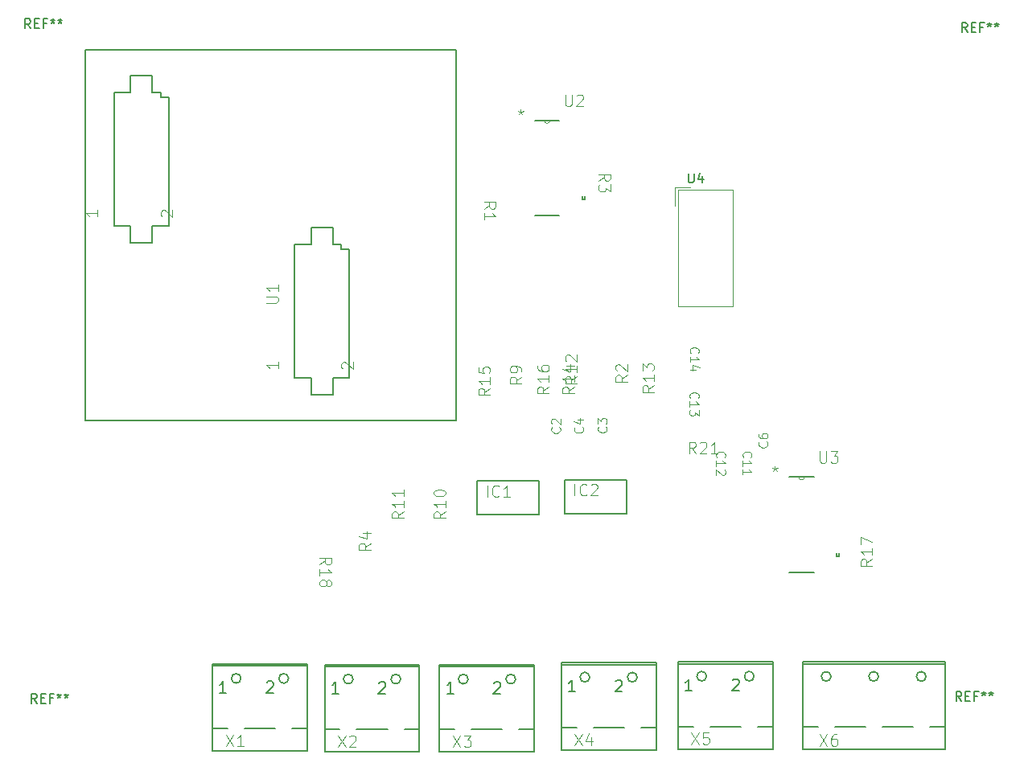
<source format=gbr>
%TF.GenerationSoftware,KiCad,Pcbnew,(5.1.10)-1*%
%TF.CreationDate,2021-08-27T15:11:23+05:30*%
%TF.ProjectId,CZTBoardV3,435a5442-6f61-4726-9456-332e6b696361,rev?*%
%TF.SameCoordinates,Original*%
%TF.FileFunction,Legend,Top*%
%TF.FilePolarity,Positive*%
%FSLAX46Y46*%
G04 Gerber Fmt 4.6, Leading zero omitted, Abs format (unit mm)*
G04 Created by KiCad (PCBNEW (5.1.10)-1) date 2021-08-27 15:11:23*
%MOMM*%
%LPD*%
G01*
G04 APERTURE LIST*
%ADD10C,0.152400*%
%ADD11C,0.120000*%
%ADD12C,0.127000*%
%ADD13C,0.203200*%
%ADD14C,0.150000*%
%ADD15C,0.120650*%
%ADD16C,0.076200*%
%ADD17C,0.096520*%
%ADD18C,0.101600*%
%ADD19C,0.077216*%
G04 APERTURE END LIST*
D10*
%TO.C,X6*%
X199601800Y-139760200D02*
G75*
G03*
X199601800Y-139760200I-508000J0D01*
G01*
X204605600Y-139760200D02*
G75*
G03*
X204605600Y-139760200I-508000J0D01*
G01*
X194598000Y-139760200D02*
G75*
G03*
X194598000Y-139760200I-508000J0D01*
G01*
X191601000Y-138439000D02*
X191601000Y-138236000D01*
X206587000Y-138439000D02*
X206587000Y-145043000D01*
X206587000Y-138439000D02*
X191601000Y-138439000D01*
X206587000Y-145043000D02*
X206587000Y-147431000D01*
X191601000Y-145043000D02*
X191601000Y-138439000D01*
X204987000Y-145043000D02*
X206587000Y-145043000D01*
X199983000Y-145043000D02*
X203209000Y-145043000D01*
X194979000Y-145043000D02*
X198205000Y-145043000D01*
X191601000Y-145043000D02*
X193201000Y-145043000D01*
X191601000Y-147431000D02*
X191601000Y-145043000D01*
X206587000Y-138236000D02*
X191601000Y-138236000D01*
X206587000Y-138236000D02*
X206587000Y-138439000D01*
X191601000Y-147431000D02*
X206587000Y-147431000D01*
%TO.C,X5*%
X186501800Y-139740200D02*
G75*
G03*
X186501800Y-139740200I-508000J0D01*
G01*
X181498000Y-139740200D02*
G75*
G03*
X181498000Y-139740200I-508000J0D01*
G01*
X188483000Y-138419000D02*
X188483000Y-145023000D01*
X178501000Y-138419000D02*
X178501000Y-138216000D01*
X178501000Y-138419000D02*
X188483000Y-138419000D01*
X188483000Y-145023000D02*
X188483000Y-147411000D01*
X178501000Y-145023000D02*
X178501000Y-138419000D01*
X186883000Y-145023000D02*
X188483000Y-145023000D01*
X181879000Y-145023000D02*
X185105000Y-145023000D01*
X178501000Y-145023000D02*
X180101000Y-145023000D01*
X178501000Y-147411000D02*
X178501000Y-145023000D01*
X188483000Y-138216000D02*
X178501000Y-138216000D01*
X188483000Y-138216000D02*
X188483000Y-138419000D01*
X178501000Y-147411000D02*
X188483000Y-147411000D01*
%TO.C,X4*%
X174201800Y-139840200D02*
G75*
G03*
X174201800Y-139840200I-508000J0D01*
G01*
X169198000Y-139840200D02*
G75*
G03*
X169198000Y-139840200I-508000J0D01*
G01*
X176183000Y-138519000D02*
X176183000Y-145123000D01*
X166201000Y-138519000D02*
X166201000Y-138316000D01*
X166201000Y-138519000D02*
X176183000Y-138519000D01*
X176183000Y-145123000D02*
X176183000Y-147511000D01*
X166201000Y-145123000D02*
X166201000Y-138519000D01*
X174583000Y-145123000D02*
X176183000Y-145123000D01*
X169579000Y-145123000D02*
X172805000Y-145123000D01*
X166201000Y-145123000D02*
X167801000Y-145123000D01*
X166201000Y-147511000D02*
X166201000Y-145123000D01*
X176183000Y-138316000D02*
X166201000Y-138316000D01*
X176183000Y-138316000D02*
X176183000Y-138519000D01*
X166201000Y-147511000D02*
X176183000Y-147511000D01*
%TO.C,X3*%
X161401800Y-140040200D02*
G75*
G03*
X161401800Y-140040200I-508000J0D01*
G01*
X156398000Y-140040200D02*
G75*
G03*
X156398000Y-140040200I-508000J0D01*
G01*
X163383000Y-138719000D02*
X163383000Y-145323000D01*
X153401000Y-138719000D02*
X153401000Y-138516000D01*
X153401000Y-138719000D02*
X163383000Y-138719000D01*
X163383000Y-145323000D02*
X163383000Y-147711000D01*
X153401000Y-145323000D02*
X153401000Y-138719000D01*
X161783000Y-145323000D02*
X163383000Y-145323000D01*
X156779000Y-145323000D02*
X160005000Y-145323000D01*
X153401000Y-145323000D02*
X155001000Y-145323000D01*
X153401000Y-147711000D02*
X153401000Y-145323000D01*
X163383000Y-138516000D02*
X153401000Y-138516000D01*
X163383000Y-138516000D02*
X163383000Y-138719000D01*
X153401000Y-147711000D02*
X163383000Y-147711000D01*
%TO.C,X2*%
X149301800Y-140040200D02*
G75*
G03*
X149301800Y-140040200I-508000J0D01*
G01*
X144298000Y-140040200D02*
G75*
G03*
X144298000Y-140040200I-508000J0D01*
G01*
X151283000Y-138719000D02*
X151283000Y-145323000D01*
X141301000Y-138719000D02*
X141301000Y-138516000D01*
X141301000Y-138719000D02*
X151283000Y-138719000D01*
X151283000Y-145323000D02*
X151283000Y-147711000D01*
X141301000Y-145323000D02*
X141301000Y-138719000D01*
X149683000Y-145323000D02*
X151283000Y-145323000D01*
X144679000Y-145323000D02*
X147905000Y-145323000D01*
X141301000Y-145323000D02*
X142901000Y-145323000D01*
X141301000Y-147711000D02*
X141301000Y-145323000D01*
X151283000Y-138516000D02*
X141301000Y-138516000D01*
X151283000Y-138516000D02*
X151283000Y-138719000D01*
X141301000Y-147711000D02*
X151283000Y-147711000D01*
%TO.C,X1*%
X137501800Y-139970200D02*
G75*
G03*
X137501800Y-139970200I-508000J0D01*
G01*
X132498000Y-139970200D02*
G75*
G03*
X132498000Y-139970200I-508000J0D01*
G01*
X139483000Y-138649000D02*
X139483000Y-145253000D01*
X129501000Y-138649000D02*
X129501000Y-138446000D01*
X129501000Y-138649000D02*
X139483000Y-138649000D01*
X139483000Y-145253000D02*
X139483000Y-147641000D01*
X129501000Y-145253000D02*
X129501000Y-138649000D01*
X137883000Y-145253000D02*
X139483000Y-145253000D01*
X132879000Y-145253000D02*
X136105000Y-145253000D01*
X129501000Y-145253000D02*
X131101000Y-145253000D01*
X129501000Y-147641000D02*
X129501000Y-145253000D01*
X139483000Y-138446000D02*
X129501000Y-138446000D01*
X139483000Y-138446000D02*
X139483000Y-138649000D01*
X129501000Y-147641000D02*
X139483000Y-147641000D01*
D11*
%TO.C,U4*%
X178190000Y-88220000D02*
X179800000Y-88220000D01*
X178190000Y-88220000D02*
X178190000Y-90220000D01*
X178470000Y-100760000D02*
X178470000Y-88510000D01*
X184230000Y-100760000D02*
X178470000Y-100760000D01*
X184230000Y-88500000D02*
X184230000Y-100760000D01*
X178480000Y-88500000D02*
X184220000Y-88500000D01*
D10*
%TO.C,U3*%
X195208400Y-127122800D02*
X195208400Y-126767200D01*
X195462400Y-127122800D02*
X195208400Y-127122800D01*
X195462400Y-126767200D02*
X195462400Y-127122800D01*
X191195200Y-118766200D02*
X190204600Y-118766200D01*
X191804800Y-118766200D02*
X191195200Y-118766200D01*
X192795400Y-118766200D02*
X191804800Y-118766200D01*
X190204600Y-128773800D02*
X192795400Y-128773800D01*
D11*
X191195200Y-118766200D02*
G75*
G03*
X191804800Y-118766200I304800J0D01*
G01*
D10*
%TO.C,U2*%
X168428400Y-89562800D02*
X168428400Y-89207200D01*
X168682400Y-89562800D02*
X168428400Y-89562800D01*
X168682400Y-89207200D02*
X168682400Y-89562800D01*
X164415200Y-81206200D02*
X163424600Y-81206200D01*
X165024800Y-81206200D02*
X164415200Y-81206200D01*
X166015400Y-81206200D02*
X165024800Y-81206200D01*
X163424600Y-91213800D02*
X166015400Y-91213800D01*
D11*
X164415200Y-81206200D02*
G75*
G03*
X165024800Y-81206200I304800J0D01*
G01*
D12*
%TO.C,U1*%
X155150000Y-73750000D02*
X116090000Y-73750000D01*
X155150000Y-112810000D02*
X155150000Y-73750000D01*
X116090000Y-112810000D02*
X155150000Y-112810000D01*
X116090000Y-73750000D02*
X116090000Y-112810000D01*
X120883400Y-76450500D02*
X123169400Y-76450500D01*
X120883400Y-78228500D02*
X120883400Y-76450500D01*
X119168900Y-78228500D02*
X120883400Y-78228500D01*
X119168900Y-92325500D02*
X119168900Y-78228500D01*
X120883400Y-92325500D02*
X119168900Y-92325500D01*
X120883400Y-94103500D02*
X120883400Y-92325500D01*
X123169400Y-94103500D02*
X120883400Y-94103500D01*
X123169400Y-92325500D02*
X123169400Y-94103500D01*
X124883900Y-92325500D02*
X123169400Y-92325500D01*
X124883900Y-78736500D02*
X124883900Y-92325500D01*
X124058400Y-78736500D02*
X124883900Y-78736500D01*
X124058400Y-78228500D02*
X124058400Y-78736500D01*
X123169400Y-78228500D02*
X124058400Y-78228500D01*
X123169400Y-76450500D02*
X123169400Y-78228500D01*
X139877000Y-92453500D02*
X142163000Y-92453500D01*
X139877000Y-94231500D02*
X139877000Y-92453500D01*
X138162500Y-94231500D02*
X139877000Y-94231500D01*
X138162500Y-108328500D02*
X138162500Y-94231500D01*
X139877000Y-108328500D02*
X138162500Y-108328500D01*
X139877000Y-110106500D02*
X139877000Y-108328500D01*
X142163000Y-110106500D02*
X139877000Y-110106500D01*
X142163000Y-108328500D02*
X142163000Y-110106500D01*
X143877500Y-108328500D02*
X142163000Y-108328500D01*
X143877500Y-94739500D02*
X143877500Y-108328500D01*
X143052000Y-94739500D02*
X143877500Y-94739500D01*
X143052000Y-94231500D02*
X143052000Y-94739500D01*
X142163000Y-94231500D02*
X143052000Y-94231500D01*
X142163000Y-92453500D02*
X142163000Y-94231500D01*
D13*
%TO.C,IC2*%
X166533000Y-119032000D02*
X173087000Y-119032000D01*
X166533000Y-122588000D02*
X166533000Y-119032000D01*
X173087000Y-122588000D02*
X166533000Y-122588000D01*
X173087000Y-119032000D02*
X173087000Y-122588000D01*
%TO.C,IC1*%
X157313000Y-119172000D02*
X163867000Y-119172000D01*
X157313000Y-122728000D02*
X157313000Y-119172000D01*
X163867000Y-122728000D02*
X157313000Y-122728000D01*
X163867000Y-119172000D02*
X163867000Y-122728000D01*
%TO.C,REF\u002A\u002A*%
D14*
X208336666Y-142362380D02*
X208003333Y-141886190D01*
X207765238Y-142362380D02*
X207765238Y-141362380D01*
X208146190Y-141362380D01*
X208241428Y-141410000D01*
X208289047Y-141457619D01*
X208336666Y-141552857D01*
X208336666Y-141695714D01*
X208289047Y-141790952D01*
X208241428Y-141838571D01*
X208146190Y-141886190D01*
X207765238Y-141886190D01*
X208765238Y-141838571D02*
X209098571Y-141838571D01*
X209241428Y-142362380D02*
X208765238Y-142362380D01*
X208765238Y-141362380D01*
X209241428Y-141362380D01*
X210003333Y-141838571D02*
X209670000Y-141838571D01*
X209670000Y-142362380D02*
X209670000Y-141362380D01*
X210146190Y-141362380D01*
X210670000Y-141362380D02*
X210670000Y-141600476D01*
X210431904Y-141505238D02*
X210670000Y-141600476D01*
X210908095Y-141505238D01*
X210527142Y-141790952D02*
X210670000Y-141600476D01*
X210812857Y-141790952D01*
X211431904Y-141362380D02*
X211431904Y-141600476D01*
X211193809Y-141505238D02*
X211431904Y-141600476D01*
X211670000Y-141505238D01*
X211289047Y-141790952D02*
X211431904Y-141600476D01*
X211574761Y-141790952D01*
X110346666Y-71512380D02*
X110013333Y-71036190D01*
X109775238Y-71512380D02*
X109775238Y-70512380D01*
X110156190Y-70512380D01*
X110251428Y-70560000D01*
X110299047Y-70607619D01*
X110346666Y-70702857D01*
X110346666Y-70845714D01*
X110299047Y-70940952D01*
X110251428Y-70988571D01*
X110156190Y-71036190D01*
X109775238Y-71036190D01*
X110775238Y-70988571D02*
X111108571Y-70988571D01*
X111251428Y-71512380D02*
X110775238Y-71512380D01*
X110775238Y-70512380D01*
X111251428Y-70512380D01*
X112013333Y-70988571D02*
X111680000Y-70988571D01*
X111680000Y-71512380D02*
X111680000Y-70512380D01*
X112156190Y-70512380D01*
X112680000Y-70512380D02*
X112680000Y-70750476D01*
X112441904Y-70655238D02*
X112680000Y-70750476D01*
X112918095Y-70655238D01*
X112537142Y-70940952D02*
X112680000Y-70750476D01*
X112822857Y-70940952D01*
X113441904Y-70512380D02*
X113441904Y-70750476D01*
X113203809Y-70655238D02*
X113441904Y-70750476D01*
X113680000Y-70655238D01*
X113299047Y-70940952D02*
X113441904Y-70750476D01*
X113584761Y-70940952D01*
X111016666Y-142572380D02*
X110683333Y-142096190D01*
X110445238Y-142572380D02*
X110445238Y-141572380D01*
X110826190Y-141572380D01*
X110921428Y-141620000D01*
X110969047Y-141667619D01*
X111016666Y-141762857D01*
X111016666Y-141905714D01*
X110969047Y-142000952D01*
X110921428Y-142048571D01*
X110826190Y-142096190D01*
X110445238Y-142096190D01*
X111445238Y-142048571D02*
X111778571Y-142048571D01*
X111921428Y-142572380D02*
X111445238Y-142572380D01*
X111445238Y-141572380D01*
X111921428Y-141572380D01*
X112683333Y-142048571D02*
X112350000Y-142048571D01*
X112350000Y-142572380D02*
X112350000Y-141572380D01*
X112826190Y-141572380D01*
X113350000Y-141572380D02*
X113350000Y-141810476D01*
X113111904Y-141715238D02*
X113350000Y-141810476D01*
X113588095Y-141715238D01*
X113207142Y-142000952D02*
X113350000Y-141810476D01*
X113492857Y-142000952D01*
X114111904Y-141572380D02*
X114111904Y-141810476D01*
X113873809Y-141715238D02*
X114111904Y-141810476D01*
X114350000Y-141715238D01*
X113969047Y-142000952D02*
X114111904Y-141810476D01*
X114254761Y-142000952D01*
X208946666Y-71922380D02*
X208613333Y-71446190D01*
X208375238Y-71922380D02*
X208375238Y-70922380D01*
X208756190Y-70922380D01*
X208851428Y-70970000D01*
X208899047Y-71017619D01*
X208946666Y-71112857D01*
X208946666Y-71255714D01*
X208899047Y-71350952D01*
X208851428Y-71398571D01*
X208756190Y-71446190D01*
X208375238Y-71446190D01*
X209375238Y-71398571D02*
X209708571Y-71398571D01*
X209851428Y-71922380D02*
X209375238Y-71922380D01*
X209375238Y-70922380D01*
X209851428Y-70922380D01*
X210613333Y-71398571D02*
X210280000Y-71398571D01*
X210280000Y-71922380D02*
X210280000Y-70922380D01*
X210756190Y-70922380D01*
X211280000Y-70922380D02*
X211280000Y-71160476D01*
X211041904Y-71065238D02*
X211280000Y-71160476D01*
X211518095Y-71065238D01*
X211137142Y-71350952D02*
X211280000Y-71160476D01*
X211422857Y-71350952D01*
X212041904Y-70922380D02*
X212041904Y-71160476D01*
X211803809Y-71065238D02*
X212041904Y-71160476D01*
X212280000Y-71065238D01*
X211899047Y-71350952D02*
X212041904Y-71160476D01*
X212184761Y-71350952D01*
%TO.C,X6*%
D15*
X193397179Y-145848247D02*
X194201512Y-147054747D01*
X194201512Y-145848247D02*
X193397179Y-147054747D01*
X195178203Y-145848247D02*
X194948393Y-145848247D01*
X194833489Y-145905700D01*
X194776036Y-145963152D01*
X194661132Y-146135509D01*
X194603679Y-146365319D01*
X194603679Y-146824938D01*
X194661132Y-146939842D01*
X194718584Y-146997295D01*
X194833489Y-147054747D01*
X195063298Y-147054747D01*
X195178203Y-146997295D01*
X195235655Y-146939842D01*
X195293108Y-146824938D01*
X195293108Y-146537676D01*
X195235655Y-146422771D01*
X195178203Y-146365319D01*
X195063298Y-146307866D01*
X194833489Y-146307866D01*
X194718584Y-146365319D01*
X194661132Y-146422771D01*
X194603679Y-146537676D01*
%TO.C,X5*%
X179894579Y-145689847D02*
X180698912Y-146896347D01*
X180698912Y-145689847D02*
X179894579Y-146896347D01*
X181733055Y-145689847D02*
X181158532Y-145689847D01*
X181101079Y-146264371D01*
X181158532Y-146206919D01*
X181273436Y-146149466D01*
X181560698Y-146149466D01*
X181675603Y-146206919D01*
X181733055Y-146264371D01*
X181790508Y-146379276D01*
X181790508Y-146666538D01*
X181733055Y-146781442D01*
X181675603Y-146838895D01*
X181560698Y-146896347D01*
X181273436Y-146896347D01*
X181158532Y-146838895D01*
X181101079Y-146781442D01*
D12*
X184223359Y-140165952D02*
X184280811Y-140108500D01*
X184395716Y-140051047D01*
X184682978Y-140051047D01*
X184797883Y-140108500D01*
X184855335Y-140165952D01*
X184912788Y-140280857D01*
X184912788Y-140395761D01*
X184855335Y-140568119D01*
X184165907Y-141257547D01*
X184912788Y-141257547D01*
X179959788Y-141257547D02*
X179270359Y-141257547D01*
X179615073Y-141257547D02*
X179615073Y-140051047D01*
X179500169Y-140223404D01*
X179385264Y-140338309D01*
X179270359Y-140395761D01*
%TO.C,X4*%
D15*
X167594579Y-145789847D02*
X168398912Y-146996347D01*
X168398912Y-145789847D02*
X167594579Y-146996347D01*
X169375603Y-146192014D02*
X169375603Y-146996347D01*
X169088341Y-145732395D02*
X168801079Y-146594180D01*
X169547960Y-146594180D01*
D12*
X171923359Y-140265952D02*
X171980811Y-140208500D01*
X172095716Y-140151047D01*
X172382978Y-140151047D01*
X172497883Y-140208500D01*
X172555335Y-140265952D01*
X172612788Y-140380857D01*
X172612788Y-140495761D01*
X172555335Y-140668119D01*
X171865907Y-141357547D01*
X172612788Y-141357547D01*
X167659788Y-141357547D02*
X166970359Y-141357547D01*
X167315073Y-141357547D02*
X167315073Y-140151047D01*
X167200169Y-140323404D01*
X167085264Y-140438309D01*
X166970359Y-140495761D01*
%TO.C,X3*%
D15*
X154794579Y-145989847D02*
X155598912Y-147196347D01*
X155598912Y-145989847D02*
X154794579Y-147196347D01*
X155943627Y-145989847D02*
X156690508Y-145989847D01*
X156288341Y-146449466D01*
X156460698Y-146449466D01*
X156575603Y-146506919D01*
X156633055Y-146564371D01*
X156690508Y-146679276D01*
X156690508Y-146966538D01*
X156633055Y-147081442D01*
X156575603Y-147138895D01*
X156460698Y-147196347D01*
X156115984Y-147196347D01*
X156001079Y-147138895D01*
X155943627Y-147081442D01*
D12*
X159123359Y-140465952D02*
X159180811Y-140408500D01*
X159295716Y-140351047D01*
X159582978Y-140351047D01*
X159697883Y-140408500D01*
X159755335Y-140465952D01*
X159812788Y-140580857D01*
X159812788Y-140695761D01*
X159755335Y-140868119D01*
X159065907Y-141557547D01*
X159812788Y-141557547D01*
X154859788Y-141557547D02*
X154170359Y-141557547D01*
X154515073Y-141557547D02*
X154515073Y-140351047D01*
X154400169Y-140523404D01*
X154285264Y-140638309D01*
X154170359Y-140695761D01*
%TO.C,X2*%
D15*
X142694579Y-145989847D02*
X143498912Y-147196347D01*
X143498912Y-145989847D02*
X142694579Y-147196347D01*
X143901079Y-146104752D02*
X143958532Y-146047300D01*
X144073436Y-145989847D01*
X144360698Y-145989847D01*
X144475603Y-146047300D01*
X144533055Y-146104752D01*
X144590508Y-146219657D01*
X144590508Y-146334561D01*
X144533055Y-146506919D01*
X143843627Y-147196347D01*
X144590508Y-147196347D01*
D12*
X147023359Y-140465952D02*
X147080811Y-140408500D01*
X147195716Y-140351047D01*
X147482978Y-140351047D01*
X147597883Y-140408500D01*
X147655335Y-140465952D01*
X147712788Y-140580857D01*
X147712788Y-140695761D01*
X147655335Y-140868119D01*
X146965907Y-141557547D01*
X147712788Y-141557547D01*
X142759788Y-141557547D02*
X142070359Y-141557547D01*
X142415073Y-141557547D02*
X142415073Y-140351047D01*
X142300169Y-140523404D01*
X142185264Y-140638309D01*
X142070359Y-140695761D01*
%TO.C,X1*%
D15*
X130894579Y-145919847D02*
X131698912Y-147126347D01*
X131698912Y-145919847D02*
X130894579Y-147126347D01*
X132790508Y-147126347D02*
X132101079Y-147126347D01*
X132445793Y-147126347D02*
X132445793Y-145919847D01*
X132330889Y-146092204D01*
X132215984Y-146207109D01*
X132101079Y-146264561D01*
D12*
X135223359Y-140395952D02*
X135280811Y-140338500D01*
X135395716Y-140281047D01*
X135682978Y-140281047D01*
X135797883Y-140338500D01*
X135855335Y-140395952D01*
X135912788Y-140510857D01*
X135912788Y-140625761D01*
X135855335Y-140798119D01*
X135165907Y-141487547D01*
X135912788Y-141487547D01*
X130959788Y-141487547D02*
X130270359Y-141487547D01*
X130615073Y-141487547D02*
X130615073Y-140281047D01*
X130500169Y-140453404D01*
X130385264Y-140568309D01*
X130270359Y-140625761D01*
%TO.C,U4*%
D14*
X179588095Y-86772380D02*
X179588095Y-87581904D01*
X179635714Y-87677142D01*
X179683333Y-87724761D01*
X179778571Y-87772380D01*
X179969047Y-87772380D01*
X180064285Y-87724761D01*
X180111904Y-87677142D01*
X180159523Y-87581904D01*
X180159523Y-86772380D01*
X181064285Y-87105714D02*
X181064285Y-87772380D01*
X180826190Y-86724761D02*
X180588095Y-87439047D01*
X181207142Y-87439047D01*
%TO.C,U3*%
D15*
X193415084Y-116054447D02*
X193415084Y-117031138D01*
X193472536Y-117146042D01*
X193529989Y-117203495D01*
X193644893Y-117260947D01*
X193874703Y-117260947D01*
X193989608Y-117203495D01*
X194047060Y-117146042D01*
X194104512Y-117031138D01*
X194104512Y-116054447D01*
X194564132Y-116054447D02*
X195311012Y-116054447D01*
X194908846Y-116514066D01*
X195081203Y-116514066D01*
X195196108Y-116571519D01*
X195253560Y-116628971D01*
X195311012Y-116743876D01*
X195311012Y-117031138D01*
X195253560Y-117146042D01*
X195196108Y-117203495D01*
X195081203Y-117260947D01*
X194736489Y-117260947D01*
X194621584Y-117203495D01*
X194564132Y-117146042D01*
D16*
X188707149Y-117629247D02*
X188707149Y-117916509D01*
X188419887Y-117801604D02*
X188707149Y-117916509D01*
X188994410Y-117801604D01*
X188534791Y-118146319D02*
X188707149Y-117916509D01*
X188879506Y-118146319D01*
%TO.C,U2*%
D15*
X166635084Y-78494447D02*
X166635084Y-79471138D01*
X166692536Y-79586042D01*
X166749989Y-79643495D01*
X166864893Y-79700947D01*
X167094703Y-79700947D01*
X167209608Y-79643495D01*
X167267060Y-79586042D01*
X167324512Y-79471138D01*
X167324512Y-78494447D01*
X167841584Y-78609352D02*
X167899036Y-78551900D01*
X168013941Y-78494447D01*
X168301203Y-78494447D01*
X168416108Y-78551900D01*
X168473560Y-78609352D01*
X168531012Y-78724257D01*
X168531012Y-78839161D01*
X168473560Y-79011519D01*
X167784132Y-79700947D01*
X168531012Y-79700947D01*
D16*
X161927149Y-80069247D02*
X161927149Y-80356509D01*
X161639887Y-80241604D02*
X161927149Y-80356509D01*
X162214410Y-80241604D01*
X161754791Y-80586319D02*
X161927149Y-80356509D01*
X162099506Y-80586319D01*
%TO.C,U1*%
D17*
X135184047Y-100420476D02*
X136160738Y-100420476D01*
X136275642Y-100363023D01*
X136333095Y-100305571D01*
X136390547Y-100190666D01*
X136390547Y-99960857D01*
X136333095Y-99845952D01*
X136275642Y-99788499D01*
X136160738Y-99731047D01*
X135184047Y-99731047D01*
X136390547Y-98524547D02*
X136390547Y-99213976D01*
X136390547Y-98869261D02*
X135184047Y-98869261D01*
X135356404Y-98984166D01*
X135471309Y-99099071D01*
X135528761Y-99213976D01*
D18*
X124179352Y-91342278D02*
X124121900Y-91284825D01*
X124064447Y-91169920D01*
X124064447Y-90882659D01*
X124121900Y-90767754D01*
X124179352Y-90710301D01*
X124294257Y-90652849D01*
X124409161Y-90652849D01*
X124581519Y-90710301D01*
X125270947Y-91399730D01*
X125270947Y-90652849D01*
X117396947Y-90652849D02*
X117396947Y-91342278D01*
X117396947Y-90997563D02*
X116190447Y-90997563D01*
X116362804Y-91112468D01*
X116477709Y-91227373D01*
X116535161Y-91342278D01*
X143172952Y-107345278D02*
X143115500Y-107287825D01*
X143058047Y-107172920D01*
X143058047Y-106885659D01*
X143115500Y-106770754D01*
X143172952Y-106713301D01*
X143287857Y-106655849D01*
X143402761Y-106655849D01*
X143575119Y-106713301D01*
X144264547Y-107402730D01*
X144264547Y-106655849D01*
X136390547Y-106655849D02*
X136390547Y-107345278D01*
X136390547Y-107000563D02*
X135184047Y-107000563D01*
X135356404Y-107115468D01*
X135471309Y-107230373D01*
X135528761Y-107345278D01*
%TO.C,R21*%
D17*
X180359428Y-116264547D02*
X179957261Y-115690023D01*
X179669999Y-116264547D02*
X179669999Y-115058047D01*
X180129618Y-115058047D01*
X180244523Y-115115500D01*
X180301976Y-115172952D01*
X180359428Y-115287857D01*
X180359428Y-115460214D01*
X180301976Y-115575119D01*
X180244523Y-115632571D01*
X180129618Y-115690023D01*
X179669999Y-115690023D01*
X180819047Y-115172952D02*
X180876499Y-115115500D01*
X180991404Y-115058047D01*
X181278666Y-115058047D01*
X181393571Y-115115500D01*
X181451023Y-115172952D01*
X181508476Y-115287857D01*
X181508476Y-115402761D01*
X181451023Y-115575119D01*
X180761595Y-116264547D01*
X181508476Y-116264547D01*
X182657523Y-116264547D02*
X181968095Y-116264547D01*
X182312809Y-116264547D02*
X182312809Y-115058047D01*
X182197904Y-115230404D01*
X182082999Y-115345309D01*
X181968095Y-115402761D01*
%TO.C,R18*%
X140787452Y-127981428D02*
X141361976Y-127579261D01*
X140787452Y-127291999D02*
X141993952Y-127291999D01*
X141993952Y-127751618D01*
X141936500Y-127866523D01*
X141879047Y-127923976D01*
X141764142Y-127981428D01*
X141591785Y-127981428D01*
X141476880Y-127923976D01*
X141419428Y-127866523D01*
X141361976Y-127751618D01*
X141361976Y-127291999D01*
X140787452Y-129130476D02*
X140787452Y-128441047D01*
X140787452Y-128785761D02*
X141993952Y-128785761D01*
X141821595Y-128670857D01*
X141706690Y-128555952D01*
X141649238Y-128441047D01*
X141476880Y-129819904D02*
X141534333Y-129704999D01*
X141591785Y-129647547D01*
X141706690Y-129590095D01*
X141764142Y-129590095D01*
X141879047Y-129647547D01*
X141936500Y-129704999D01*
X141993952Y-129819904D01*
X141993952Y-130049714D01*
X141936500Y-130164618D01*
X141879047Y-130222071D01*
X141764142Y-130279523D01*
X141706690Y-130279523D01*
X141591785Y-130222071D01*
X141534333Y-130164618D01*
X141476880Y-130049714D01*
X141476880Y-129819904D01*
X141419428Y-129704999D01*
X141361976Y-129647547D01*
X141247071Y-129590095D01*
X141017261Y-129590095D01*
X140902357Y-129647547D01*
X140844904Y-129704999D01*
X140787452Y-129819904D01*
X140787452Y-130049714D01*
X140844904Y-130164618D01*
X140902357Y-130222071D01*
X141017261Y-130279523D01*
X141247071Y-130279523D01*
X141361976Y-130222071D01*
X141419428Y-130164618D01*
X141476880Y-130049714D01*
%TO.C,R17*%
X198932547Y-127410642D02*
X198358023Y-127812809D01*
X198932547Y-128100071D02*
X197726047Y-128100071D01*
X197726047Y-127640452D01*
X197783500Y-127525547D01*
X197840952Y-127468095D01*
X197955857Y-127410642D01*
X198128214Y-127410642D01*
X198243119Y-127468095D01*
X198300571Y-127525547D01*
X198358023Y-127640452D01*
X198358023Y-128100071D01*
X198932547Y-126261595D02*
X198932547Y-126951023D01*
X198932547Y-126606309D02*
X197726047Y-126606309D01*
X197898404Y-126721214D01*
X198013309Y-126836118D01*
X198070761Y-126951023D01*
X197726047Y-125859428D02*
X197726047Y-125055095D01*
X198932547Y-125572166D01*
%TO.C,R16*%
X164892547Y-109242642D02*
X164318023Y-109644809D01*
X164892547Y-109932071D02*
X163686047Y-109932071D01*
X163686047Y-109472452D01*
X163743500Y-109357547D01*
X163800952Y-109300095D01*
X163915857Y-109242642D01*
X164088214Y-109242642D01*
X164203119Y-109300095D01*
X164260571Y-109357547D01*
X164318023Y-109472452D01*
X164318023Y-109932071D01*
X164892547Y-108093595D02*
X164892547Y-108783023D01*
X164892547Y-108438309D02*
X163686047Y-108438309D01*
X163858404Y-108553214D01*
X163973309Y-108668118D01*
X164030761Y-108783023D01*
X163686047Y-107059452D02*
X163686047Y-107289261D01*
X163743500Y-107404166D01*
X163800952Y-107461618D01*
X163973309Y-107576523D01*
X164203119Y-107633976D01*
X164662738Y-107633976D01*
X164777642Y-107576523D01*
X164835095Y-107519071D01*
X164892547Y-107404166D01*
X164892547Y-107174357D01*
X164835095Y-107059452D01*
X164777642Y-107001999D01*
X164662738Y-106944547D01*
X164375476Y-106944547D01*
X164260571Y-107001999D01*
X164203119Y-107059452D01*
X164145666Y-107174357D01*
X164145666Y-107404166D01*
X164203119Y-107519071D01*
X164260571Y-107576523D01*
X164375476Y-107633976D01*
%TO.C,R15*%
X158692547Y-109422642D02*
X158118023Y-109824809D01*
X158692547Y-110112071D02*
X157486047Y-110112071D01*
X157486047Y-109652452D01*
X157543500Y-109537547D01*
X157600952Y-109480095D01*
X157715857Y-109422642D01*
X157888214Y-109422642D01*
X158003119Y-109480095D01*
X158060571Y-109537547D01*
X158118023Y-109652452D01*
X158118023Y-110112071D01*
X158692547Y-108273595D02*
X158692547Y-108963023D01*
X158692547Y-108618309D02*
X157486047Y-108618309D01*
X157658404Y-108733214D01*
X157773309Y-108848118D01*
X157830761Y-108963023D01*
X157486047Y-107181999D02*
X157486047Y-107756523D01*
X158060571Y-107813976D01*
X158003119Y-107756523D01*
X157945666Y-107641618D01*
X157945666Y-107354357D01*
X158003119Y-107239452D01*
X158060571Y-107181999D01*
X158175476Y-107124547D01*
X158462738Y-107124547D01*
X158577642Y-107181999D01*
X158635095Y-107239452D01*
X158692547Y-107354357D01*
X158692547Y-107641618D01*
X158635095Y-107756523D01*
X158577642Y-107813976D01*
%TO.C,R14*%
X167562547Y-109242642D02*
X166988023Y-109644809D01*
X167562547Y-109932071D02*
X166356047Y-109932071D01*
X166356047Y-109472452D01*
X166413500Y-109357547D01*
X166470952Y-109300095D01*
X166585857Y-109242642D01*
X166758214Y-109242642D01*
X166873119Y-109300095D01*
X166930571Y-109357547D01*
X166988023Y-109472452D01*
X166988023Y-109932071D01*
X167562547Y-108093595D02*
X167562547Y-108783023D01*
X167562547Y-108438309D02*
X166356047Y-108438309D01*
X166528404Y-108553214D01*
X166643309Y-108668118D01*
X166700761Y-108783023D01*
X166758214Y-107059452D02*
X167562547Y-107059452D01*
X166298595Y-107346714D02*
X167160380Y-107633976D01*
X167160380Y-106887095D01*
%TO.C,R13*%
X175952547Y-109122642D02*
X175378023Y-109524809D01*
X175952547Y-109812071D02*
X174746047Y-109812071D01*
X174746047Y-109352452D01*
X174803500Y-109237547D01*
X174860952Y-109180095D01*
X174975857Y-109122642D01*
X175148214Y-109122642D01*
X175263119Y-109180095D01*
X175320571Y-109237547D01*
X175378023Y-109352452D01*
X175378023Y-109812071D01*
X175952547Y-107973595D02*
X175952547Y-108663023D01*
X175952547Y-108318309D02*
X174746047Y-108318309D01*
X174918404Y-108433214D01*
X175033309Y-108548118D01*
X175090761Y-108663023D01*
X174746047Y-107571428D02*
X174746047Y-106824547D01*
X175205666Y-107226714D01*
X175205666Y-107054357D01*
X175263119Y-106939452D01*
X175320571Y-106881999D01*
X175435476Y-106824547D01*
X175722738Y-106824547D01*
X175837642Y-106881999D01*
X175895095Y-106939452D01*
X175952547Y-107054357D01*
X175952547Y-107399071D01*
X175895095Y-107513976D01*
X175837642Y-107571428D01*
%TO.C,R12*%
X167832547Y-108182571D02*
X167258023Y-108584738D01*
X167832547Y-108872000D02*
X166626047Y-108872000D01*
X166626047Y-108412381D01*
X166683500Y-108297476D01*
X166740952Y-108240023D01*
X166855857Y-108182571D01*
X167028214Y-108182571D01*
X167143119Y-108240023D01*
X167200571Y-108297476D01*
X167258023Y-108412381D01*
X167258023Y-108872000D01*
X167832547Y-107033523D02*
X167832547Y-107722952D01*
X167832547Y-107378238D02*
X166626047Y-107378238D01*
X166798404Y-107493142D01*
X166913309Y-107608047D01*
X166970761Y-107722952D01*
X166740952Y-106573904D02*
X166683500Y-106516452D01*
X166626047Y-106401547D01*
X166626047Y-106114285D01*
X166683500Y-105999381D01*
X166740952Y-105941928D01*
X166855857Y-105884476D01*
X166970761Y-105884476D01*
X167143119Y-105941928D01*
X167832547Y-106631357D01*
X167832547Y-105884476D01*
%TO.C,R11*%
X149602547Y-122392642D02*
X149028023Y-122794809D01*
X149602547Y-123082071D02*
X148396047Y-123082071D01*
X148396047Y-122622452D01*
X148453500Y-122507547D01*
X148510952Y-122450095D01*
X148625857Y-122392642D01*
X148798214Y-122392642D01*
X148913119Y-122450095D01*
X148970571Y-122507547D01*
X149028023Y-122622452D01*
X149028023Y-123082071D01*
X149602547Y-121243595D02*
X149602547Y-121933023D01*
X149602547Y-121588309D02*
X148396047Y-121588309D01*
X148568404Y-121703214D01*
X148683309Y-121818118D01*
X148740761Y-121933023D01*
X149602547Y-120094547D02*
X149602547Y-120783976D01*
X149602547Y-120439261D02*
X148396047Y-120439261D01*
X148568404Y-120554166D01*
X148683309Y-120669071D01*
X148740761Y-120783976D01*
%TO.C,R10*%
X154002547Y-122392642D02*
X153428023Y-122794809D01*
X154002547Y-123082071D02*
X152796047Y-123082071D01*
X152796047Y-122622452D01*
X152853500Y-122507547D01*
X152910952Y-122450095D01*
X153025857Y-122392642D01*
X153198214Y-122392642D01*
X153313119Y-122450095D01*
X153370571Y-122507547D01*
X153428023Y-122622452D01*
X153428023Y-123082071D01*
X154002547Y-121243595D02*
X154002547Y-121933023D01*
X154002547Y-121588309D02*
X152796047Y-121588309D01*
X152968404Y-121703214D01*
X153083309Y-121818118D01*
X153140761Y-121933023D01*
X152796047Y-120496714D02*
X152796047Y-120381809D01*
X152853500Y-120266904D01*
X152910952Y-120209452D01*
X153025857Y-120151999D01*
X153255666Y-120094547D01*
X153542928Y-120094547D01*
X153772738Y-120151999D01*
X153887642Y-120209452D01*
X153945095Y-120266904D01*
X154002547Y-120381809D01*
X154002547Y-120496714D01*
X153945095Y-120611618D01*
X153887642Y-120669071D01*
X153772738Y-120726523D01*
X153542928Y-120783976D01*
X153255666Y-120783976D01*
X153025857Y-120726523D01*
X152910952Y-120669071D01*
X152853500Y-120611618D01*
X152796047Y-120496714D01*
%TO.C,R9*%
X162022547Y-108213595D02*
X161448023Y-108615761D01*
X162022547Y-108903023D02*
X160816047Y-108903023D01*
X160816047Y-108443404D01*
X160873500Y-108328499D01*
X160930952Y-108271047D01*
X161045857Y-108213595D01*
X161218214Y-108213595D01*
X161333119Y-108271047D01*
X161390571Y-108328499D01*
X161448023Y-108443404D01*
X161448023Y-108903023D01*
X162022547Y-107639071D02*
X162022547Y-107409261D01*
X161965095Y-107294357D01*
X161907642Y-107236904D01*
X161735285Y-107121999D01*
X161505476Y-107064547D01*
X161045857Y-107064547D01*
X160930952Y-107121999D01*
X160873500Y-107179452D01*
X160816047Y-107294357D01*
X160816047Y-107524166D01*
X160873500Y-107639071D01*
X160930952Y-107696523D01*
X161045857Y-107753976D01*
X161333119Y-107753976D01*
X161448023Y-107696523D01*
X161505476Y-107639071D01*
X161562928Y-107524166D01*
X161562928Y-107294357D01*
X161505476Y-107179452D01*
X161448023Y-107121999D01*
X161333119Y-107064547D01*
%TO.C,R4*%
X146142547Y-125731595D02*
X145568023Y-126133761D01*
X146142547Y-126421023D02*
X144936047Y-126421023D01*
X144936047Y-125961404D01*
X144993500Y-125846499D01*
X145050952Y-125789047D01*
X145165857Y-125731595D01*
X145338214Y-125731595D01*
X145453119Y-125789047D01*
X145510571Y-125846499D01*
X145568023Y-125961404D01*
X145568023Y-126421023D01*
X145338214Y-124697452D02*
X146142547Y-124697452D01*
X144878595Y-124984714D02*
X145740380Y-125271976D01*
X145740380Y-124525095D01*
%TO.C,R3*%
X170147452Y-87551428D02*
X170721976Y-87149261D01*
X170147452Y-86861999D02*
X171353952Y-86861999D01*
X171353952Y-87321618D01*
X171296500Y-87436523D01*
X171239047Y-87493976D01*
X171124142Y-87551428D01*
X170951785Y-87551428D01*
X170836880Y-87493976D01*
X170779428Y-87436523D01*
X170721976Y-87321618D01*
X170721976Y-86861999D01*
X171353952Y-87953595D02*
X171353952Y-88700476D01*
X170894333Y-88298309D01*
X170894333Y-88470666D01*
X170836880Y-88585571D01*
X170779428Y-88643023D01*
X170664523Y-88700476D01*
X170377261Y-88700476D01*
X170262357Y-88643023D01*
X170204904Y-88585571D01*
X170147452Y-88470666D01*
X170147452Y-88125952D01*
X170204904Y-88011047D01*
X170262357Y-87953595D01*
%TO.C,R2*%
X173132547Y-108021595D02*
X172558023Y-108423761D01*
X173132547Y-108711023D02*
X171926047Y-108711023D01*
X171926047Y-108251404D01*
X171983500Y-108136499D01*
X172040952Y-108079047D01*
X172155857Y-108021595D01*
X172328214Y-108021595D01*
X172443119Y-108079047D01*
X172500571Y-108136499D01*
X172558023Y-108251404D01*
X172558023Y-108711023D01*
X172040952Y-107561976D02*
X171983500Y-107504523D01*
X171926047Y-107389618D01*
X171926047Y-107102357D01*
X171983500Y-106987452D01*
X172040952Y-106929999D01*
X172155857Y-106872547D01*
X172270761Y-106872547D01*
X172443119Y-106929999D01*
X173132547Y-107619428D01*
X173132547Y-106872547D01*
%TO.C,R1*%
X158077452Y-90499428D02*
X158651976Y-90097261D01*
X158077452Y-89809999D02*
X159283952Y-89809999D01*
X159283952Y-90269618D01*
X159226500Y-90384523D01*
X159169047Y-90441976D01*
X159054142Y-90499428D01*
X158881785Y-90499428D01*
X158766880Y-90441976D01*
X158709428Y-90384523D01*
X158651976Y-90269618D01*
X158651976Y-89809999D01*
X158077452Y-91648476D02*
X158077452Y-90959047D01*
X158077452Y-91303761D02*
X159283952Y-91303761D01*
X159111595Y-91188857D01*
X158996690Y-91073952D01*
X158939238Y-90959047D01*
%TO.C,IC2*%
X167619999Y-120701747D02*
X167619999Y-119495247D01*
X168883952Y-120586842D02*
X168826499Y-120644295D01*
X168654142Y-120701747D01*
X168539238Y-120701747D01*
X168366880Y-120644295D01*
X168251976Y-120529390D01*
X168194523Y-120414485D01*
X168137071Y-120184676D01*
X168137071Y-120012319D01*
X168194523Y-119782509D01*
X168251976Y-119667604D01*
X168366880Y-119552700D01*
X168539238Y-119495247D01*
X168654142Y-119495247D01*
X168826499Y-119552700D01*
X168883952Y-119610152D01*
X169343571Y-119610152D02*
X169401023Y-119552700D01*
X169515928Y-119495247D01*
X169803190Y-119495247D01*
X169918095Y-119552700D01*
X169975547Y-119610152D01*
X170032999Y-119725057D01*
X170032999Y-119839961D01*
X169975547Y-120012319D01*
X169286118Y-120701747D01*
X170032999Y-120701747D01*
%TO.C,IC1*%
X158399999Y-120841747D02*
X158399999Y-119635247D01*
X159663952Y-120726842D02*
X159606499Y-120784295D01*
X159434142Y-120841747D01*
X159319238Y-120841747D01*
X159146880Y-120784295D01*
X159031976Y-120669390D01*
X158974523Y-120554485D01*
X158917071Y-120324676D01*
X158917071Y-120152319D01*
X158974523Y-119922509D01*
X159031976Y-119807604D01*
X159146880Y-119692700D01*
X159319238Y-119635247D01*
X159434142Y-119635247D01*
X159606499Y-119692700D01*
X159663952Y-119750152D01*
X160812999Y-120841747D02*
X160123571Y-120841747D01*
X160468285Y-120841747D02*
X160468285Y-119635247D01*
X160353380Y-119807604D01*
X160238476Y-119922509D01*
X160123571Y-119979961D01*
%TO.C,C14*%
D19*
X179832885Y-105711542D02*
X179786923Y-105665580D01*
X179740961Y-105527695D01*
X179740961Y-105435771D01*
X179786923Y-105297885D01*
X179878847Y-105205961D01*
X179970771Y-105159999D01*
X180154619Y-105114038D01*
X180292504Y-105114038D01*
X180476352Y-105159999D01*
X180568276Y-105205961D01*
X180660200Y-105297885D01*
X180706161Y-105435771D01*
X180706161Y-105527695D01*
X180660200Y-105665580D01*
X180614238Y-105711542D01*
X179740961Y-106630780D02*
X179740961Y-106079238D01*
X179740961Y-106355009D02*
X180706161Y-106355009D01*
X180568276Y-106263085D01*
X180476352Y-106171161D01*
X180430390Y-106079238D01*
X180384428Y-107458095D02*
X179740961Y-107458095D01*
X180752123Y-107228285D02*
X180062695Y-106998476D01*
X180062695Y-107595980D01*
%TO.C,C13*%
X179812885Y-110441542D02*
X179766923Y-110395580D01*
X179720961Y-110257695D01*
X179720961Y-110165771D01*
X179766923Y-110027885D01*
X179858847Y-109935961D01*
X179950771Y-109889999D01*
X180134619Y-109844038D01*
X180272504Y-109844038D01*
X180456352Y-109889999D01*
X180548276Y-109935961D01*
X180640200Y-110027885D01*
X180686161Y-110165771D01*
X180686161Y-110257695D01*
X180640200Y-110395580D01*
X180594238Y-110441542D01*
X179720961Y-111360780D02*
X179720961Y-110809238D01*
X179720961Y-111085009D02*
X180686161Y-111085009D01*
X180548276Y-110993085D01*
X180456352Y-110901161D01*
X180410390Y-110809238D01*
X180686161Y-111682514D02*
X180686161Y-112280018D01*
X180318466Y-111958285D01*
X180318466Y-112096171D01*
X180272504Y-112188095D01*
X180226542Y-112234057D01*
X180134619Y-112280018D01*
X179904809Y-112280018D01*
X179812885Y-112234057D01*
X179766923Y-112188095D01*
X179720961Y-112096171D01*
X179720961Y-111820399D01*
X179766923Y-111728476D01*
X179812885Y-111682514D01*
%TO.C,C12*%
X182602885Y-116691542D02*
X182556923Y-116645580D01*
X182510961Y-116507695D01*
X182510961Y-116415771D01*
X182556923Y-116277885D01*
X182648847Y-116185961D01*
X182740771Y-116139999D01*
X182924619Y-116094038D01*
X183062504Y-116094038D01*
X183246352Y-116139999D01*
X183338276Y-116185961D01*
X183430200Y-116277885D01*
X183476161Y-116415771D01*
X183476161Y-116507695D01*
X183430200Y-116645580D01*
X183384238Y-116691542D01*
X182510961Y-117610780D02*
X182510961Y-117059238D01*
X182510961Y-117335009D02*
X183476161Y-117335009D01*
X183338276Y-117243085D01*
X183246352Y-117151161D01*
X183200390Y-117059238D01*
X183384238Y-117978476D02*
X183430200Y-118024438D01*
X183476161Y-118116361D01*
X183476161Y-118346171D01*
X183430200Y-118438095D01*
X183384238Y-118484057D01*
X183292314Y-118530018D01*
X183200390Y-118530018D01*
X183062504Y-118484057D01*
X182510961Y-117932514D01*
X182510961Y-118530018D01*
%TO.C,C11*%
X185372885Y-116671542D02*
X185326923Y-116625580D01*
X185280961Y-116487695D01*
X185280961Y-116395771D01*
X185326923Y-116257885D01*
X185418847Y-116165961D01*
X185510771Y-116119999D01*
X185694619Y-116074038D01*
X185832504Y-116074038D01*
X186016352Y-116119999D01*
X186108276Y-116165961D01*
X186200200Y-116257885D01*
X186246161Y-116395771D01*
X186246161Y-116487695D01*
X186200200Y-116625580D01*
X186154238Y-116671542D01*
X185280961Y-117590780D02*
X185280961Y-117039238D01*
X185280961Y-117315009D02*
X186246161Y-117315009D01*
X186108276Y-117223085D01*
X186016352Y-117131161D01*
X185970390Y-117039238D01*
X185280961Y-118510018D02*
X185280961Y-117958476D01*
X185280961Y-118234247D02*
X186246161Y-118234247D01*
X186108276Y-118142323D01*
X186016352Y-118050399D01*
X185970390Y-117958476D01*
%TO.C,C6*%
X187837114Y-115048457D02*
X187883076Y-115094419D01*
X187929038Y-115232304D01*
X187929038Y-115324228D01*
X187883076Y-115462114D01*
X187791152Y-115554038D01*
X187699228Y-115600000D01*
X187515380Y-115645961D01*
X187377495Y-115645961D01*
X187193647Y-115600000D01*
X187101723Y-115554038D01*
X187009800Y-115462114D01*
X186963838Y-115324228D01*
X186963838Y-115232304D01*
X187009800Y-115094419D01*
X187055761Y-115048457D01*
X186963838Y-114221142D02*
X186963838Y-114404990D01*
X187009800Y-114496914D01*
X187055761Y-114542876D01*
X187193647Y-114634800D01*
X187377495Y-114680761D01*
X187745190Y-114680761D01*
X187837114Y-114634800D01*
X187883076Y-114588838D01*
X187929038Y-114496914D01*
X187929038Y-114313066D01*
X187883076Y-114221142D01*
X187837114Y-114175181D01*
X187745190Y-114129219D01*
X187515380Y-114129219D01*
X187423457Y-114175181D01*
X187377495Y-114221142D01*
X187331533Y-114313066D01*
X187331533Y-114496914D01*
X187377495Y-114588838D01*
X187423457Y-114634800D01*
X187515380Y-114680761D01*
%TO.C,C4*%
X168437114Y-113513276D02*
X168483076Y-113559238D01*
X168529038Y-113697123D01*
X168529038Y-113789047D01*
X168483076Y-113926933D01*
X168391152Y-114018857D01*
X168299228Y-114064818D01*
X168115380Y-114110780D01*
X167977495Y-114110780D01*
X167793647Y-114064818D01*
X167701723Y-114018857D01*
X167609800Y-113926933D01*
X167563838Y-113789047D01*
X167563838Y-113697123D01*
X167609800Y-113559238D01*
X167655761Y-113513276D01*
X167885571Y-112685961D02*
X168529038Y-112685961D01*
X167517876Y-112915771D02*
X168207304Y-113145580D01*
X168207304Y-112548076D01*
%TO.C,C3*%
X170917114Y-113473276D02*
X170963076Y-113519238D01*
X171009038Y-113657123D01*
X171009038Y-113749047D01*
X170963076Y-113886933D01*
X170871152Y-113978857D01*
X170779228Y-114024818D01*
X170595380Y-114070780D01*
X170457495Y-114070780D01*
X170273647Y-114024818D01*
X170181723Y-113978857D01*
X170089800Y-113886933D01*
X170043838Y-113749047D01*
X170043838Y-113657123D01*
X170089800Y-113519238D01*
X170135761Y-113473276D01*
X170043838Y-113151542D02*
X170043838Y-112554038D01*
X170411533Y-112875771D01*
X170411533Y-112737885D01*
X170457495Y-112645961D01*
X170503457Y-112599999D01*
X170595380Y-112554038D01*
X170825190Y-112554038D01*
X170917114Y-112599999D01*
X170963076Y-112645961D01*
X171009038Y-112737885D01*
X171009038Y-113013657D01*
X170963076Y-113105580D01*
X170917114Y-113151542D01*
%TO.C,C2*%
X166017114Y-113523276D02*
X166063076Y-113569238D01*
X166109038Y-113707123D01*
X166109038Y-113799047D01*
X166063076Y-113936933D01*
X165971152Y-114028857D01*
X165879228Y-114074818D01*
X165695380Y-114120780D01*
X165557495Y-114120780D01*
X165373647Y-114074818D01*
X165281723Y-114028857D01*
X165189800Y-113936933D01*
X165143838Y-113799047D01*
X165143838Y-113707123D01*
X165189800Y-113569238D01*
X165235761Y-113523276D01*
X165235761Y-113155580D02*
X165189800Y-113109618D01*
X165143838Y-113017695D01*
X165143838Y-112787885D01*
X165189800Y-112695961D01*
X165235761Y-112649999D01*
X165327685Y-112604038D01*
X165419609Y-112604038D01*
X165557495Y-112649999D01*
X166109038Y-113201542D01*
X166109038Y-112604038D01*
%TD*%
M02*

</source>
